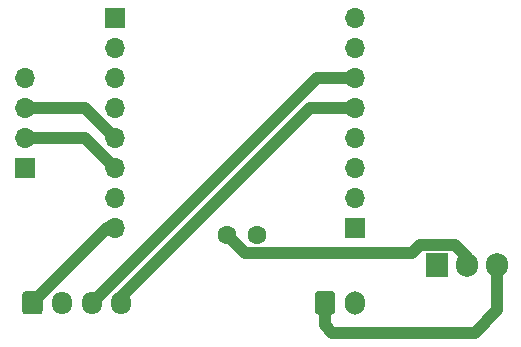
<source format=gbr>
%TF.GenerationSoftware,KiCad,Pcbnew,5.1.9+dfsg1-1*%
%TF.CreationDate,2022-05-15T20:14:44+02:00*%
%TF.ProjectId,water.tank,77617465-722e-4746-916e-6b2e6b696361,rev?*%
%TF.SameCoordinates,Original*%
%TF.FileFunction,Copper,L2,Bot*%
%TF.FilePolarity,Positive*%
%FSLAX46Y46*%
G04 Gerber Fmt 4.6, Leading zero omitted, Abs format (unit mm)*
G04 Created by KiCad (PCBNEW 5.1.9+dfsg1-1) date 2022-05-15 20:14:44*
%MOMM*%
%LPD*%
G01*
G04 APERTURE LIST*
%TA.AperFunction,ComponentPad*%
%ADD10O,1.700000X1.700000*%
%TD*%
%TA.AperFunction,ComponentPad*%
%ADD11R,1.700000X1.700000*%
%TD*%
%TA.AperFunction,ComponentPad*%
%ADD12C,1.600000*%
%TD*%
%TA.AperFunction,ComponentPad*%
%ADD13O,1.905000X2.000000*%
%TD*%
%TA.AperFunction,ComponentPad*%
%ADD14R,1.905000X2.000000*%
%TD*%
%TA.AperFunction,ComponentPad*%
%ADD15O,1.700000X1.950000*%
%TD*%
%TA.AperFunction,ComponentPad*%
%ADD16O,1.700000X2.000000*%
%TD*%
%TA.AperFunction,Conductor*%
%ADD17C,1.000000*%
%TD*%
G04 APERTURE END LIST*
D10*
%TO.P,SENSOR1,4*%
%TO.N,VCC*%
X69215000Y-60325000D03*
%TO.P,SENSOR1,3*%
%TO.N,IO14*%
X69215000Y-62865000D03*
%TO.P,SENSOR1,2*%
%TO.N,IO12*%
X69215000Y-65405000D03*
D11*
%TO.P,SENSOR1,1*%
%TO.N,GND*%
X69215000Y-67945000D03*
%TD*%
D12*
%TO.P,100nf1,2*%
%TO.N,GND*%
X88860000Y-73660000D03*
%TO.P,100nf1,1*%
%TO.N,VCC*%
X86360000Y-73660000D03*
%TD*%
D13*
%TO.P,U1,3*%
%TO.N,5V*%
X109220000Y-76200000D03*
%TO.P,U1,2*%
%TO.N,VCC*%
X106680000Y-76200000D03*
D14*
%TO.P,U1,1*%
%TO.N,GND*%
X104140000Y-76200000D03*
%TD*%
D15*
%TO.P,OLED1,4*%
%TO.N,IO04*%
X77350000Y-79375000D03*
%TO.P,OLED1,3*%
%TO.N,IO05*%
X74850000Y-79375000D03*
%TO.P,OLED1,2*%
%TO.N,GND*%
X72350000Y-79375000D03*
%TO.P,OLED1,1*%
%TO.N,VCC*%
%TA.AperFunction,ComponentPad*%
G36*
G01*
X69000000Y-80100000D02*
X69000000Y-78650000D01*
G75*
G02*
X69250000Y-78400000I250000J0D01*
G01*
X70450000Y-78400000D01*
G75*
G02*
X70700000Y-78650000I0J-250000D01*
G01*
X70700000Y-80100000D01*
G75*
G02*
X70450000Y-80350000I-250000J0D01*
G01*
X69250000Y-80350000D01*
G75*
G02*
X69000000Y-80100000I0J250000D01*
G01*
G37*
%TD.AperFunction*%
%TD*%
D16*
%TO.P,J5,2*%
%TO.N,GND*%
X97115000Y-79375000D03*
%TO.P,J5,1*%
%TO.N,5V*%
%TA.AperFunction,ComponentPad*%
G36*
G01*
X93765000Y-80125000D02*
X93765000Y-78625000D01*
G75*
G02*
X94015000Y-78375000I250000J0D01*
G01*
X95215000Y-78375000D01*
G75*
G02*
X95465000Y-78625000I0J-250000D01*
G01*
X95465000Y-80125000D01*
G75*
G02*
X95215000Y-80375000I-250000J0D01*
G01*
X94015000Y-80375000D01*
G75*
G02*
X93765000Y-80125000I0J250000D01*
G01*
G37*
%TD.AperFunction*%
%TD*%
D10*
%TO.P,J1,8*%
%TO.N,VCC*%
X76835000Y-73025000D03*
%TO.P,J1,7*%
%TO.N,N/C*%
X76835000Y-70485000D03*
%TO.P,J1,6*%
%TO.N,IO12*%
X76835000Y-67945000D03*
%TO.P,J1,5*%
%TO.N,IO14*%
X76835000Y-65405000D03*
%TO.P,J1,4*%
%TO.N,N/C*%
X76835000Y-62865000D03*
%TO.P,J1,3*%
X76835000Y-60325000D03*
%TO.P,J1,2*%
X76835000Y-57785000D03*
D11*
%TO.P,J1,1*%
X76835000Y-55245000D03*
%TD*%
D10*
%TO.P,ESP8266,8*%
%TO.N,N/C*%
X97155000Y-55245000D03*
%TO.P,ESP8266,7*%
X97155000Y-57785000D03*
%TO.P,ESP8266,6*%
%TO.N,IO05*%
X97155000Y-60325000D03*
%TO.P,ESP8266,5*%
%TO.N,IO04*%
X97155000Y-62865000D03*
%TO.P,ESP8266,4*%
%TO.N,N/C*%
X97155000Y-65405000D03*
%TO.P,ESP8266,3*%
X97155000Y-67945000D03*
%TO.P,ESP8266,2*%
X97155000Y-70485000D03*
D11*
%TO.P,ESP8266,1*%
%TO.N,GND*%
X97155000Y-73025000D03*
%TD*%
D17*
%TO.N,VCC*%
X76200000Y-73025000D02*
X69850000Y-79375000D01*
X76835000Y-73025000D02*
X76200000Y-73025000D01*
X105652501Y-74499999D02*
X106680000Y-75527498D01*
X106680000Y-75527498D02*
X106680000Y-76200000D01*
X102627499Y-74499999D02*
X105652501Y-74499999D01*
X101967497Y-75160001D02*
X102627499Y-74499999D01*
X87860001Y-75160001D02*
X101967497Y-75160001D01*
X86360000Y-73660000D02*
X87860001Y-75160001D01*
%TO.N,IO12*%
X74295000Y-65405000D02*
X76835000Y-67945000D01*
X69215000Y-65405000D02*
X74295000Y-65405000D01*
%TO.N,IO14*%
X74295000Y-62865000D02*
X76835000Y-65405000D01*
X69215000Y-62865000D02*
X74295000Y-62865000D01*
%TO.N,IO04*%
X77350000Y-79375000D02*
X77350000Y-78860000D01*
X93345000Y-62865000D02*
X97155000Y-62865000D01*
X77350000Y-78860000D02*
X93345000Y-62865000D01*
%TO.N,5V*%
X94615000Y-79375000D02*
X94615000Y-81280000D01*
X94615000Y-81280000D02*
X95250000Y-81915000D01*
X95250000Y-81915000D02*
X107315000Y-81915000D01*
X109220000Y-80010000D02*
X109220000Y-76200000D01*
X107315000Y-81915000D02*
X109220000Y-80010000D01*
%TO.N,IO05*%
X93900000Y-60325000D02*
X97155000Y-60325000D01*
X74850000Y-79375000D02*
X93900000Y-60325000D01*
%TD*%
M02*

</source>
